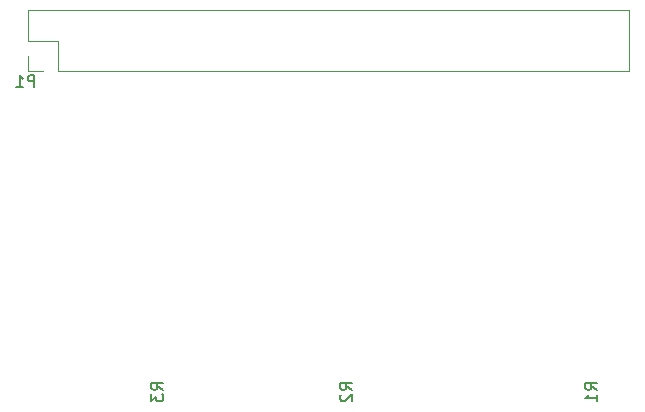
<source format=gbo>
G04 #@! TF.GenerationSoftware,KiCad,Pcbnew,(5.1.5-0)*
G04 #@! TF.CreationDate,2020-04-28T13:58:54+02:00*
G04 #@! TF.ProjectId,ecg_ads1292_main,6563675f-6164-4733-9132-39325f6d6169,rev?*
G04 #@! TF.SameCoordinates,Original*
G04 #@! TF.FileFunction,Legend,Bot*
G04 #@! TF.FilePolarity,Positive*
%FSLAX46Y46*%
G04 Gerber Fmt 4.6, Leading zero omitted, Abs format (unit mm)*
G04 Created by KiCad (PCBNEW (5.1.5-0)) date 2020-04-28 13:58:54*
%MOMM*%
%LPD*%
G04 APERTURE LIST*
%ADD10C,0.120000*%
%ADD11C,0.150000*%
G04 APERTURE END LIST*
D10*
X207040000Y-94900000D02*
X207040000Y-97500000D01*
X207040000Y-94900000D02*
X257960000Y-94900000D01*
X257960000Y-94900000D02*
X257960000Y-100100000D01*
X209640000Y-100100000D02*
X257960000Y-100100000D01*
X209640000Y-97500000D02*
X209640000Y-100100000D01*
X207040000Y-97500000D02*
X209640000Y-97500000D01*
X207040000Y-100100000D02*
X208370000Y-100100000D01*
X207040000Y-98770000D02*
X207040000Y-100100000D01*
D11*
X218502380Y-127083333D02*
X218026190Y-126750000D01*
X218502380Y-126511904D02*
X217502380Y-126511904D01*
X217502380Y-126892857D01*
X217550000Y-126988095D01*
X217597619Y-127035714D01*
X217692857Y-127083333D01*
X217835714Y-127083333D01*
X217930952Y-127035714D01*
X217978571Y-126988095D01*
X218026190Y-126892857D01*
X218026190Y-126511904D01*
X217502380Y-127416666D02*
X217502380Y-128035714D01*
X217883333Y-127702380D01*
X217883333Y-127845238D01*
X217930952Y-127940476D01*
X217978571Y-127988095D01*
X218073809Y-128035714D01*
X218311904Y-128035714D01*
X218407142Y-127988095D01*
X218454761Y-127940476D01*
X218502380Y-127845238D01*
X218502380Y-127559523D01*
X218454761Y-127464285D01*
X218407142Y-127416666D01*
X234502380Y-127083333D02*
X234026190Y-126750000D01*
X234502380Y-126511904D02*
X233502380Y-126511904D01*
X233502380Y-126892857D01*
X233550000Y-126988095D01*
X233597619Y-127035714D01*
X233692857Y-127083333D01*
X233835714Y-127083333D01*
X233930952Y-127035714D01*
X233978571Y-126988095D01*
X234026190Y-126892857D01*
X234026190Y-126511904D01*
X233597619Y-127464285D02*
X233550000Y-127511904D01*
X233502380Y-127607142D01*
X233502380Y-127845238D01*
X233550000Y-127940476D01*
X233597619Y-127988095D01*
X233692857Y-128035714D01*
X233788095Y-128035714D01*
X233930952Y-127988095D01*
X234502380Y-127416666D01*
X234502380Y-128035714D01*
X255252380Y-127083333D02*
X254776190Y-126750000D01*
X255252380Y-126511904D02*
X254252380Y-126511904D01*
X254252380Y-126892857D01*
X254300000Y-126988095D01*
X254347619Y-127035714D01*
X254442857Y-127083333D01*
X254585714Y-127083333D01*
X254680952Y-127035714D01*
X254728571Y-126988095D01*
X254776190Y-126892857D01*
X254776190Y-126511904D01*
X255252380Y-128035714D02*
X255252380Y-127464285D01*
X255252380Y-127750000D02*
X254252380Y-127750000D01*
X254395238Y-127654761D01*
X254490476Y-127559523D01*
X254538095Y-127464285D01*
X207596095Y-101430380D02*
X207596095Y-100430380D01*
X207215142Y-100430380D01*
X207119904Y-100478000D01*
X207072285Y-100525619D01*
X207024666Y-100620857D01*
X207024666Y-100763714D01*
X207072285Y-100858952D01*
X207119904Y-100906571D01*
X207215142Y-100954190D01*
X207596095Y-100954190D01*
X206072285Y-101430380D02*
X206643714Y-101430380D01*
X206358000Y-101430380D02*
X206358000Y-100430380D01*
X206453238Y-100573238D01*
X206548476Y-100668476D01*
X206643714Y-100716095D01*
M02*

</source>
